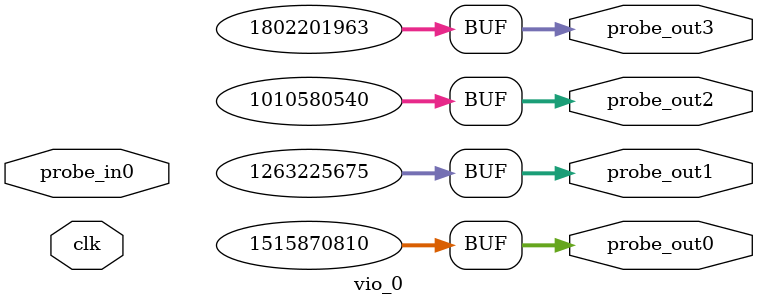
<source format=v>
`timescale 1ns / 1ps
module vio_0 (
clk,
probe_in0,
probe_out0,
probe_out1,
probe_out2,
probe_out3
);

input clk;
input [31 : 0] probe_in0;

output reg [31 : 0] probe_out0 = 'h5a5a5a5a ;
output reg [31 : 0] probe_out1 = 'h4b4b4b4b ;
output reg [31 : 0] probe_out2 = 'h3c3c3c3c ;
output reg [31 : 0] probe_out3 = 'h6b6b6b6b ;


endmodule

</source>
